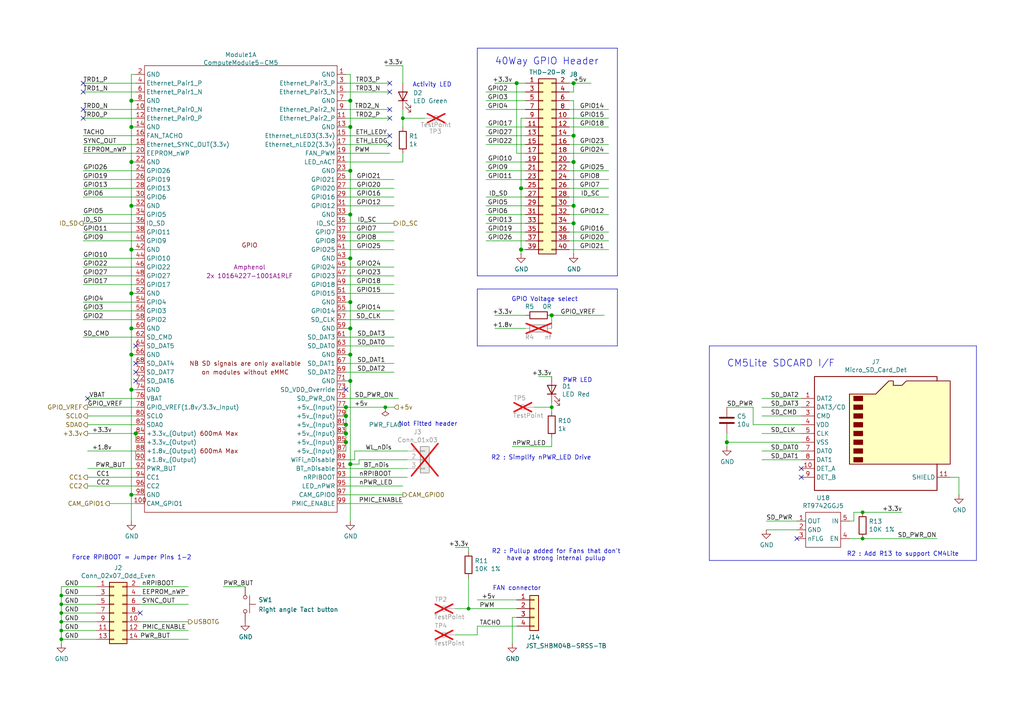
<source format=kicad_sch>
(kicad_sch (version 20250114) (generator "eeschema") (generator_version "9.0")
  (paper "A4")
  (title_block (title "Compute Module 5 IO Board - GPIO - Ethernet") (rev "1") (company "Copyright © 2024 Raspberry Pi Ltd.") (comment 1 "www.raspberrypi.com"))
  (text "40Way GPIO Header" (at 143.51 19.05 0) (effects (font (size 2.007 2.007)) (justify left bottom)))
  (text "Activity LED" (at 119.634 25.4 0) (effects (font (size 1.27 1.27)) (justify left bottom)))
  (text "R2 : Simplify nPWR_LED Drive" (at 156.972 132.842 0) (effects (font (size 1.27 1.27))))
  (text "FAN connector\n" (at 142.875 171.45 0) (effects (font (size 1.27 1.27)) (justify left bottom)))
  (text "R2 : Add R13 to support CM4Lite" (at 261.874 160.782 0) (effects (font (size 1.27 1.27))))
  (text "GPIO Voltage select\n" (at 167.64 87.63 0) (effects (font (size 1.27 1.27)) (justify right bottom)))
  (text "R2 : Pullup added for Fans that don't \nhave a strong internal pullup " (at 161.798 161.036 0) (effects (font (size 1.27 1.27))))
  (text "Not Fitted header" (at 132.715 123.825 0) (effects (font (size 1.27 1.27)) (justify right bottom)))
  (text "Force RPIBOOT = Jumper Pins 1-2 \n" (at 56.515 162.56 0) (effects (font (size 1.27 1.27)) (justify right bottom)))
  (text "PWR LED" (at 163.195 111.125 0) (effects (font (size 1.27 1.27)) (justify left bottom)))
  (text "CM5Lite SDCARD I/F" (at 210.82 106.68 0) (effects (font (size 2.007 2.007)) (justify left bottom)))
  (junction (at 101.6 36.83) (diameter 1.016))
  (junction (at 17.78 172.72))
  (junction (at 101.6 29.21) (diameter 1.016))
  (junction (at 101.6 102.87) (diameter 1.016))
  (junction (at 38.1 113.03) (diameter 1.016))
  (junction (at 38.1 46.99) (diameter 1.016))
  (junction (at 100.33 125.73) (diameter 1.016))
  (junction (at 151.13 54.61) (diameter 1.016))
  (junction (at 166.37 39.37) (diameter 1.016))
  (junction (at 38.1 72.39) (diameter 1.016))
  (junction (at 100.33 123.19) (diameter 1.016))
  (junction (at 38.1 143.51) (diameter 1.016))
  (junction (at 166.37 59.69) (diameter 1.016))
  (junction (at 38.1 59.69) (diameter 1.016))
  (junction (at 101.6 62.23) (diameter 1.016))
  (junction (at 38.1 95.25) (diameter 1.016))
  (junction (at 100.33 118.11) (diameter 1.016))
  (junction (at 101.6 95.25) (diameter 1.016))
  (junction (at 166.37 64.77) (diameter 1.016))
  (junction (at 210.82 128.27) (diameter 1.016))
  (junction (at 166.37 24.13) (diameter 1.016))
  (junction (at 250.19 156.21))
  (junction (at 101.6 87.63) (diameter 1.016))
  (junction (at 166.37 46.99) (diameter 1.016))
  (junction (at 17.78 175.26))
  (junction (at 38.1 85.09) (diameter 1.016))
  (junction (at 100.33 120.65) (diameter 1.016))
  (junction (at 17.78 177.8))
  (junction (at 160.02 118.11))
  (junction (at 38.1 36.83) (diameter 1.016))
  (junction (at 17.78 180.34))
  (junction (at 39.37 125.73) (diameter 1.016))
  (junction (at 38.1 102.87) (diameter 1.016))
  (junction (at 160.02 91.44) (diameter 1.016))
  (junction (at 38.1 29.21) (diameter 1.016))
  (junction (at 100.33 128.27) (diameter 1.016))
  (junction (at 116.84 34.29))
  (junction (at 250.19 148.59))
  (junction (at 17.78 185.42))
  (junction (at 151.13 72.39) (diameter 1.016))
  (junction (at 101.6 110.49) (diameter 1.016))
  (junction (at 101.6 134.62) (diameter 1.016))
  (junction (at 101.6 49.53) (diameter 1.016))
  (junction (at 135.89 176.53))
  (junction (at 101.6 74.93) (diameter 1.016))
  (junction (at 17.78 182.88))
  (junction (at 111.76 118.11))
  (junction (at 149.86 24.13) (diameter 1.016))
  (no_connect (at 24.13 24.13))
  (no_connect (at 113.03 31.75))
  (no_connect (at 113.03 41.91))
  (no_connect (at 40.64 177.8))
  (no_connect (at 39.37 107.95))
  (no_connect (at 100.33 113.03))
  (no_connect (at 24.13 26.67))
  (no_connect (at 25.4 115.57))
  (no_connect (at 39.37 100.33))
  (no_connect (at 231.14 156.21))
  (no_connect (at 24.13 31.75))
  (no_connect (at 39.37 105.41))
  (no_connect (at 232.41 138.43))
  (no_connect (at 232.41 135.89))
  (no_connect (at 113.03 39.37))
  (no_connect (at 113.03 24.13))
  (no_connect (at 39.37 110.49))
  (no_connect (at 113.03 26.67))
  (no_connect (at 113.03 34.29))
  (no_connect (at 24.13 34.29))
  (wire (pts (xy 275.59 138.43) (xy 278.13 138.43)))
  (wire (pts (xy 101.6 110.49) (xy 101.6 134.62)))
  (polyline (pts (xy 138.43 13.97) (xy 138.43 80.01)) (stroke (width 0) (type solid)))
  (polyline (pts (xy 138.43 80.01) (xy 179.07 80.01)) (stroke (width 0) (type solid)))
  (wire (pts (xy 100.33 135.89) (xy 118.11 135.89)))
  (wire (pts (xy 100.33 102.87) (xy 101.6 102.87)))
  (wire (pts (xy 24.13 90.17) (xy 39.37 90.17)))
  (wire (pts (xy 39.37 133.35) (xy 39.37 130.81)))
  (wire (pts (xy 165.1 52.07) (xy 176.53 52.07)))
  (wire (pts (xy 24.13 44.45) (xy 39.37 44.45)))
  (wire (pts (xy 100.33 95.25) (xy 101.6 95.25)))
  (wire (pts (xy 165.1 34.29) (xy 176.53 34.29)))
  (wire (pts (xy 101.6 102.87) (xy 101.6 110.49)))
  (wire (pts (xy 100.33 100.33) (xy 114.3 100.33)))
  (wire (pts (xy 39.37 128.27) (xy 39.37 125.73)))
  (wire (pts (xy 100.33 118.11) (xy 111.76 118.11)))
  (wire (pts (xy 101.6 36.83) (xy 101.6 49.53)))
  (polyline (pts (xy 179.07 83.82) (xy 179.07 100.33)) (stroke (width 0) (type solid)))
  (wire (pts (xy 24.13 92.71) (xy 39.37 92.71)))
  (wire (pts (xy 116.84 36.83) (xy 116.84 34.29)))
  (wire (pts (xy 24.13 31.75) (xy 39.37 31.75)))
  (wire (pts (xy 24.13 77.47) (xy 39.37 77.47)))
  (wire (pts (xy 100.33 29.21) (xy 101.6 29.21)))
  (wire (pts (xy 220.98 120.65) (xy 232.41 120.65)))
  (wire (pts (xy 247.65 151.13) (xy 246.38 151.13)))
  (wire (pts (xy 100.33 90.17) (xy 114.3 90.17)))
  (wire (pts (xy 24.13 82.55) (xy 39.37 82.55)))
  (wire (pts (xy 166.37 64.77) (xy 166.37 59.69)))
  (wire (pts (xy 24.13 80.01) (xy 39.37 80.01)))
  (wire (pts (xy 100.33 34.29) (xy 113.03 34.29)))
  (wire (pts (xy 39.37 36.83) (xy 38.1 36.83)))
  (wire (pts (xy 17.78 182.88) (xy 17.78 185.42)))
  (wire (pts (xy 100.33 44.45) (xy 113.03 44.45)))
  (wire (pts (xy 100.33 31.75) (xy 113.03 31.75)))
  (wire (pts (xy 102.87 133.35) (xy 102.87 130.81)))
  (wire (pts (xy 24.13 67.31) (xy 39.37 67.31)))
  (wire (pts (xy 104.14 133.35) (xy 118.11 133.35)))
  (wire (pts (xy 100.33 87.63) (xy 101.6 87.63)))
  (wire (pts (xy 135.89 167.64) (xy 135.89 176.53)))
  (wire (pts (xy 166.37 39.37) (xy 166.37 46.99)))
  (wire (pts (xy 24.13 39.37) (xy 39.37 39.37)))
  (wire (pts (xy 39.37 21.59) (xy 38.1 21.59)))
  (wire (pts (xy 101.6 21.59) (xy 101.6 29.21)))
  (wire (pts (xy 101.6 29.21) (xy 101.6 36.83)))
  (wire (pts (xy 38.1 143.51) (xy 38.1 151.13)))
  (wire (pts (xy 165.1 67.31) (xy 176.53 67.31)))
  (wire (pts (xy 148.59 179.07) (xy 148.59 186.69)))
  (wire (pts (xy 100.33 57.15) (xy 114.3 57.15)))
  (wire (pts (xy 154.94 118.11) (xy 160.02 118.11)))
  (wire (pts (xy 100.33 143.51) (xy 116.84 143.51)))
  (wire (pts (xy 166.37 46.99) (xy 165.1 46.99)))
  (wire (pts (xy 100.33 107.95) (xy 114.3 107.95)))
  (wire (pts (xy 100.33 80.01) (xy 114.3 80.01)))
  (wire (pts (xy 151.13 72.39) (xy 151.13 73.66)))
  (wire (pts (xy 25.4 138.43) (xy 39.37 138.43)))
  (wire (pts (xy 101.6 95.25) (xy 101.6 102.87)))
  (wire (pts (xy 38.1 72.39) (xy 38.1 85.09)))
  (wire (pts (xy 210.82 128.27) (xy 232.41 128.27)))
  (wire (pts (xy 101.6 49.53) (xy 101.6 62.23)))
  (wire (pts (xy 143.51 95.25) (xy 152.4 95.25)))
  (wire (pts (xy 24.13 74.93) (xy 39.37 74.93)))
  (wire (pts (xy 100.33 140.97) (xy 116.84 140.97)))
  (wire (pts (xy 165.1 36.83) (xy 176.53 36.83)))
  (wire (pts (xy 149.86 44.45) (xy 152.4 44.45)))
  (wire (pts (xy 39.37 29.21) (xy 38.1 29.21)))
  (polyline (pts (xy 179.07 13.97) (xy 138.43 13.97)) (stroke (width 0) (type solid)))
  (wire (pts (xy 25.4 140.97) (xy 39.37 140.97)))
  (wire (pts (xy 25.4 135.89) (xy 39.37 135.89)))
  (wire (pts (xy 100.33 128.27) (xy 100.33 130.81)))
  (wire (pts (xy 231.14 153.67) (xy 222.25 153.67)))
  (wire (pts (xy 132.08 176.53) (xy 135.89 176.53)))
  (wire (pts (xy 140.97 49.53) (xy 152.4 49.53)))
  (wire (pts (xy 100.33 41.91) (xy 113.03 41.91)))
  (wire (pts (xy 40.64 170.18) (xy 54.61 170.18)))
  (wire (pts (xy 100.33 115.57) (xy 115.57 115.57)))
  (wire (pts (xy 114.3 97.79) (xy 100.33 97.79)))
  (wire (pts (xy 24.13 26.67) (xy 39.37 26.67)))
  (wire (pts (xy 166.37 24.13) (xy 171.45 24.13)))
  (wire (pts (xy 24.13 49.53) (xy 39.37 49.53)))
  (wire (pts (xy 231.14 151.13) (xy 222.25 151.13)))
  (wire (pts (xy 140.97 59.69) (xy 152.4 59.69)))
  (wire (pts (xy 100.33 120.65) (xy 100.33 123.19)))
  (wire (pts (xy 40.64 185.42) (xy 54.61 185.42)))
  (wire (pts (xy 100.33 74.93) (xy 101.6 74.93)))
  (wire (pts (xy 100.33 39.37) (xy 113.03 39.37)))
  (wire (pts (xy 140.97 67.31) (xy 152.4 67.31)))
  (wire (pts (xy 210.82 125.73) (xy 210.82 128.27)))
  (wire (pts (xy 17.78 175.26) (xy 17.78 177.8)))
  (wire (pts (xy 165.1 41.91) (xy 176.53 41.91)))
  (polyline (pts (xy 139.7 83.82) (xy 179.07 83.82)) (stroke (width 0) (type solid)))
  (polyline (pts (xy 283.21 162.56) (xy 205.74 162.56)) (stroke (width 0) (type solid)))
  (wire (pts (xy 140.97 46.99) (xy 152.4 46.99)))
  (wire (pts (xy 100.33 138.43) (xy 118.11 138.43)))
  (wire (pts (xy 38.1 95.25) (xy 39.37 95.25)))
  (wire (pts (xy 218.44 123.19) (xy 218.44 118.11)))
  (wire (pts (xy 38.1 102.87) (xy 38.1 113.03)))
  (wire (pts (xy 38.1 85.09) (xy 38.1 95.25)))
  (wire (pts (xy 31.75 146.05) (xy 39.37 146.05)))
  (wire (pts (xy 116.84 19.05) (xy 116.84 24.13)))
  (wire (pts (xy 152.4 34.29) (xy 151.13 34.29)))
  (wire (pts (xy 116.84 34.29) (xy 116.84 31.75)))
  (wire (pts (xy 17.78 172.72) (xy 17.78 175.26)))
  (wire (pts (xy 135.89 160.02) (xy 135.89 158.75)))
  (wire (pts (xy 247.65 148.59) (xy 247.65 151.13)))
  (wire (pts (xy 40.64 175.26) (xy 54.61 175.26)))
  (wire (pts (xy 140.97 62.23) (xy 152.4 62.23)))
  (wire (pts (xy 165.1 72.39) (xy 176.53 72.39)))
  (wire (pts (xy 165.1 24.13) (xy 166.37 24.13)))
  (wire (pts (xy 104.14 134.62) (xy 104.14 133.35)))
  (wire (pts (xy 101.6 134.62) (xy 101.6 151.13)))
  (wire (pts (xy 278.13 138.43) (xy 278.13 143.51)))
  (wire (pts (xy 38.1 59.69) (xy 38.1 72.39)))
  (wire (pts (xy 38.1 113.03) (xy 39.37 113.03)))
  (wire (pts (xy 38.1 72.39) (xy 39.37 72.39)))
  (wire (pts (xy 24.13 54.61) (xy 39.37 54.61)))
  (wire (pts (xy 100.33 52.07) (xy 114.3 52.07)))
  (wire (pts (xy 25.4 130.81) (xy 39.37 130.81)))
  (wire (pts (xy 24.13 97.79) (xy 39.37 97.79)))
  (wire (pts (xy 24.13 24.13) (xy 39.37 24.13)))
  (polyline (pts (xy 283.21 100.33) (xy 283.21 162.56)) (stroke (width 0) (type solid)))
  (wire (pts (xy 100.33 62.23) (xy 101.6 62.23)))
  (wire (pts (xy 40.64 172.72) (xy 54.61 172.72)))
  (wire (pts (xy 143.51 24.13) (xy 149.86 24.13)))
  (wire (pts (xy 100.33 24.13) (xy 113.03 24.13)))
  (wire (pts (xy 250.19 148.59) (xy 261.62 148.59)))
  (wire (pts (xy 100.33 36.83) (xy 101.6 36.83)))
  (wire (pts (xy 38.1 95.25) (xy 38.1 102.87)))
  (wire (pts (xy 160.02 127) (xy 160.02 129.54)))
  (wire (pts (xy 17.78 177.8) (xy 27.94 177.8)))
  (wire (pts (xy 39.37 143.51) (xy 38.1 143.51)))
  (wire (pts (xy 24.13 57.15) (xy 39.37 57.15)))
  (wire (pts (xy 166.37 64.77) (xy 166.37 73.66)))
  (wire (pts (xy 17.78 182.88) (xy 27.94 182.88)))
  (wire (pts (xy 220.98 130.81) (xy 232.41 130.81)))
  (wire (pts (xy 25.4 123.19) (xy 39.37 123.19)))
  (wire (pts (xy 38.1 113.03) (xy 38.1 143.51)))
  (wire (pts (xy 160.02 116.84) (xy 160.02 118.11)))
  (wire (pts (xy 135.89 176.53) (xy 149.86 176.53)))
  (wire (pts (xy 102.87 130.81) (xy 118.11 130.81)))
  (wire (pts (xy 100.33 146.05) (xy 116.84 146.05)))
  (wire (pts (xy 220.98 115.57) (xy 232.41 115.57)))
  (wire (pts (xy 100.33 64.77) (xy 114.3 64.77)))
  (wire (pts (xy 140.97 36.83) (xy 152.4 36.83)))
  (wire (pts (xy 247.65 148.59) (xy 250.19 148.59)))
  (wire (pts (xy 101.6 87.63) (xy 101.6 95.25)))
  (wire (pts (xy 149.86 179.07) (xy 148.59 179.07)))
  (wire (pts (xy 100.33 54.61) (xy 114.3 54.61)))
  (wire (pts (xy 116.84 46.99) (xy 116.84 44.45)))
  (wire (pts (xy 100.33 133.35) (xy 102.87 133.35)))
  (wire (pts (xy 100.33 69.85) (xy 114.3 69.85)))
  (wire (pts (xy 114.3 105.41) (xy 100.33 105.41)))
  (wire (pts (xy 17.78 185.42) (xy 27.94 185.42)))
  (wire (pts (xy 25.4 118.11) (xy 39.37 118.11)))
  (wire (pts (xy 40.64 180.34) (xy 54.61 180.34)))
  (wire (pts (xy 140.97 29.21) (xy 152.4 29.21)))
  (wire (pts (xy 100.33 85.09) (xy 114.3 85.09)))
  (polyline (pts (xy 205.74 162.56) (xy 205.74 100.33)) (stroke (width 0) (type solid)))
  (wire (pts (xy 143.51 91.44) (xy 152.4 91.44)))
  (wire (pts (xy 140.97 26.67) (xy 152.4 26.67)))
  (wire (pts (xy 166.37 59.69) (xy 166.37 46.99)))
  (wire (pts (xy 24.13 34.29) (xy 39.37 34.29)))
  (wire (pts (xy 25.4 115.57) (xy 39.37 115.57)))
  (wire (pts (xy 165.1 31.75) (xy 176.53 31.75)))
  (wire (pts (xy 165.1 62.23) (xy 176.53 62.23)))
  (wire (pts (xy 140.97 57.15) (xy 152.4 57.15)))
  (wire (pts (xy 25.4 125.73) (xy 39.37 125.73)))
  (wire (pts (xy 132.08 184.15) (xy 138.43 184.15)))
  (wire (pts (xy 165.1 59.69) (xy 166.37 59.69)))
  (wire (pts (xy 17.78 180.34) (xy 27.94 180.34)))
  (wire (pts (xy 100.33 59.69) (xy 114.3 59.69)))
  (wire (pts (xy 166.37 39.37) (xy 165.1 39.37)))
  (wire (pts (xy 138.43 181.61) (xy 149.86 181.61)))
  (polyline (pts (xy 205.74 100.33) (xy 283.21 100.33)) (stroke (width 0) (type solid)))
  (wire (pts (xy 151.13 34.29) (xy 151.13 54.61)))
  (wire (pts (xy 114.3 92.71) (xy 100.33 92.71)))
  (wire (pts (xy 100.33 67.31) (xy 114.3 67.31)))
  (wire (pts (xy 140.97 31.75) (xy 152.4 31.75)))
  (wire (pts (xy 140.97 39.37) (xy 152.4 39.37)))
  (polyline (pts (xy 179.07 13.97) (xy 179.07 80.01)) (stroke (width 0) (type solid)))
  (wire (pts (xy 149.86 24.13) (xy 149.86 44.45)))
  (wire (pts (xy 135.89 158.75) (xy 132.08 158.75)))
  (wire (pts (xy 166.37 29.21) (xy 166.37 39.37)))
  (wire (pts (xy 24.13 64.77) (xy 39.37 64.77)))
  (wire (pts (xy 17.78 177.8) (xy 17.78 180.34)))
  (wire (pts (xy 165.1 26.67) (xy 166.37 26.67)))
  (wire (pts (xy 25.4 120.65) (xy 39.37 120.65)))
  (wire (pts (xy 38.1 36.83) (xy 38.1 46.99)))
  (wire (pts (xy 100.33 46.99) (xy 116.84 46.99)))
  (wire (pts (xy 151.13 72.39) (xy 152.4 72.39)))
  (wire (pts (xy 24.13 52.07) (xy 39.37 52.07)))
  (wire (pts (xy 151.13 54.61) (xy 152.4 54.61)))
  (polyline (pts (xy 138.43 100.33) (xy 138.43 83.82)) (stroke (width 0) (type solid)))
  (wire (pts (xy 160.02 91.44) (xy 175.26 91.44)))
  (wire (pts (xy 140.97 69.85) (xy 152.4 69.85)))
  (wire (pts (xy 111.76 118.11) (xy 114.3 118.11)))
  (wire (pts (xy 160.02 109.22) (xy 156.21 109.22)))
  (wire (pts (xy 100.33 72.39) (xy 114.3 72.39)))
  (wire (pts (xy 38.1 29.21) (xy 38.1 36.83)))
  (wire (pts (xy 17.78 175.26) (xy 27.94 175.26)))
  (wire (pts (xy 100.33 21.59) (xy 101.6 21.59)))
  (wire (pts (xy 165.1 49.53) (xy 176.53 49.53)))
  (wire (pts (xy 100.33 110.49) (xy 101.6 110.49)))
  (wire (pts (xy 24.13 69.85) (xy 39.37 69.85)))
  (wire (pts (xy 24.13 87.63) (xy 39.37 87.63)))
  (wire (pts (xy 100.33 118.11) (xy 100.33 120.65)))
  (wire (pts (xy 138.43 184.15) (xy 138.43 181.61)))
  (wire (pts (xy 111.76 19.05) (xy 116.84 19.05)))
  (wire (pts (xy 210.82 128.27) (xy 210.82 129.54)))
  (wire (pts (xy 100.33 49.53) (xy 101.6 49.53)))
  (wire (pts (xy 151.13 54.61) (xy 151.13 72.39)))
  (wire (pts (xy 100.33 26.67) (xy 113.03 26.67)))
  (wire (pts (xy 232.41 123.19) (xy 218.44 123.19)))
  (wire (pts (xy 165.1 44.45) (xy 176.53 44.45)))
  (wire (pts (xy 250.19 156.21) (xy 271.78 156.21)))
  (wire (pts (xy 24.13 62.23) (xy 39.37 62.23)))
  (wire (pts (xy 24.13 41.91) (xy 39.37 41.91)))
  (wire (pts (xy 246.38 156.21) (xy 250.19 156.21)))
  (wire (pts (xy 101.6 74.93) (xy 101.6 87.63)))
  (polyline (pts (xy 139.7 83.82) (xy 138.43 83.82)) (stroke (width 0) (type solid)))
  (wire (pts (xy 148.59 129.54) (xy 160.02 129.54)))
  (wire (pts (xy 100.33 123.19) (xy 100.33 125.73)))
  (wire (pts (xy 232.41 118.11) (xy 220.98 118.11)))
  (wire (pts (xy 140.97 64.77) (xy 152.4 64.77)))
  (wire (pts (xy 38.1 46.99) (xy 39.37 46.99)))
  (wire (pts (xy 140.97 52.07) (xy 152.4 52.07)))
  (wire (pts (xy 64.77 170.18) (xy 71.12 170.18)))
  (wire (pts (xy 17.78 172.72) (xy 27.94 172.72)))
  (wire (pts (xy 140.97 41.91) (xy 152.4 41.91)))
  (wire (pts (xy 38.1 21.59) (xy 38.1 29.21)))
  (wire (pts (xy 138.43 173.99) (xy 149.86 173.99)))
  (wire (pts (xy 17.78 170.18) (xy 27.94 170.18)))
  (wire (pts (xy 38.1 85.09) (xy 39.37 85.09)))
  (wire (pts (xy 165.1 64.77) (xy 166.37 64.77)))
  (wire (pts (xy 100.33 125.73) (xy 100.33 128.27)))
  (wire (pts (xy 17.78 185.42) (xy 17.78 186.69)))
  (wire (pts (xy 160.02 91.44) (xy 160.02 95.25)))
  (wire (pts (xy 100.33 77.47) (xy 114.3 77.47)))
  (wire (pts (xy 38.1 102.87) (xy 39.37 102.87)))
  (wire (pts (xy 38.1 59.69) (xy 39.37 59.69)))
  (polyline (pts (xy 179.07 100.33) (xy 139.7 100.33)) (stroke (width 0) (type solid)))
  (wire (pts (xy 152.4 24.13) (xy 149.86 24.13)))
  (wire (pts (xy 165.1 69.85) (xy 176.53 69.85)))
  (wire (pts (xy 160.02 118.11) (xy 160.02 119.38)))
  (wire (pts (xy 210.82 118.11) (xy 218.44 118.11)))
  (wire (pts (xy 17.78 180.34) (xy 17.78 182.88)))
  (wire (pts (xy 232.41 125.73) (xy 220.98 125.73)))
  (wire (pts (xy 166.37 26.67) (xy 166.37 24.13)))
  (wire (pts (xy 232.41 133.35) (xy 220.98 133.35)))
  (wire (pts (xy 100.33 82.55) (xy 114.3 82.55)))
  (wire (pts (xy 116.84 34.29) (xy 123.19 34.29)))
  (wire (pts (xy 40.64 182.88) (xy 54.61 182.88)))
  (wire (pts (xy 17.78 170.18) (xy 17.78 172.72)))
  (wire (pts (xy 101.6 62.23) (xy 101.6 74.93)))
  (wire (pts (xy 38.1 46.99) (xy 38.1 59.69)))
  (wire (pts (xy 165.1 57.15) (xy 176.53 57.15)))
  (wire (pts (xy 101.6 134.62) (xy 104.14 134.62)))
  (wire (pts (xy 165.1 54.61) (xy 176.53 54.61)))
  (wire (pts (xy 165.1 29.21) (xy 166.37 29.21)))
  (polyline (pts (xy 138.43 100.33) (xy 139.7 100.33)) (stroke (width 0) (type solid)))
  (label "+1.8v" (at 148.59 95.25 180))
  (label "GPIO24" (at 175.26 44.45 180))
  (label "SD_DAT2" (at 111.76 107.95 180))
  (label "GND" (at 22.86 182.88 180))
  (label "+5v" (at 170.18 24.13 180))
  (label "GPIO5" (at 24.13 62.23 0))
  (label "TRD3_N" (at 103.124 26.67 0))
  (label "GPIO2" (at 24.13 92.71 0))
  (label "GPIO9" (at 24.13 69.85 0))
  (label "ETH_LEDG" (at 103.124 41.91 0))
  (label "SD_DAT1" (at 111.76 105.41 180))
  (label "+3.3v" (at 148.59 24.13 180))
  (label "GPIO10" (at 24.13 74.93 0))
  (label "TRD3_P" (at 103.124 24.13 0))
  (label "GPIO6" (at 24.13 57.15 0))
  (label "GPIO8" (at 173.99 52.07 180))
  (label "GPIO20" (at 110.49 54.61 180))
  (label "SD_DAT2" (at 223.52 115.57 0))
  (label "GPIO25" (at 110.49 72.39 180))
  (label "GPIO2" (at 147.32 26.67 180))
  (label "SD_DAT0" (at 111.76 100.33 180))
  (label "nRPIBOOT" (at 50.546 170.18 180))
  (label "GPIO26" (at 148.59 69.85 180))
  (label "GPIO15" (at 110.49 85.09 180))
  (label "GPIO13" (at 24.13 54.61 0))
  (label "GPIO7" (at 109.22 67.31 180))
  (label "GPIO14" (at 110.49 90.17 180))
  (label "BT_nDis" (at 112.8776 135.89 180))
  (label "SD_PWR_ON" (at 260.35 156.21 0))
  (label "GPIO7" (at 173.99 54.61 180))
  (label "ETH_LEDY" (at 103.124 39.37 0))
  (label "SD_PWR_ON" (at 102.87 115.57 0))
  (label "PWM" (at 102.87 44.45 0))
  (label "GPIO4" (at 24.13 87.63 0))
  (label "GPIO10" (at 148.59 46.99 180))
  (label "TRD1_P" (at 24.13 24.13 0))
  (label "CC1" (at 27.94 138.43 0))
  (label "WL_nDis" (at 113.665 130.81 180))
  (label "GPIO6" (at 147.32 62.23 180))
  (label "+3.3v" (at 261.62 148.59 180))
  (label "GPIO17" (at 148.59 36.83 180))
  (label "+3.3v" (at 116.84 19.05 180))
  (label "GPIO19" (at 148.59 67.31 180))
  (label "SD_DAT3" (at 111.76 97.79 180))
  (label "GPIO27" (at 24.13 80.01 0))
  (label "EEPROM_nWP" (at 24.13 44.45 0))
  (label "GPIO_VREF" (at 25.4 118.11 0))
  (label "SD_PWR" (at 210.82 118.11 0))
  (label "GPIO9" (at 147.32 49.53 180))
  (label "PMIC_ENABLE" (at 53.975 182.88 180))
  (label "EEPROM_nWP" (at 53.848 172.72 180))
  (label "GPIO20" (at 175.26 69.85 180))
  (label "SD_DAT0" (at 223.52 130.81 0))
  (label "GPIO21" (at 110.49 52.07 180))
  (label "GPIO23" (at 110.49 80.01 180))
  (label "ID_SD" (at 147.32 57.15 180))
  (label "GPIO16" (at 175.26 67.31 180))
  (label "TRD0_N" (at 24.13 31.75 0))
  (label "GND" (at 22.86 177.8 180))
  (label "GND" (at 22.86 180.34 180))
  (label "GPIO22" (at 148.59 41.91 180))
  (label "+1.8v" (at 26.67 130.81 0))
  (label "PWR_BUT" (at 64.77 170.18 0))
  (label "GPIO18" (at 175.26 36.83 180))
  (label "SD_DAT3" (at 223.52 118.11 0))
  (label "+5v" (at 139.7 173.99 0))
  (label "+3.3v" (at 135.89 158.75 180))
  (label "GND" (at 22.86 185.42 180))
  (label "SD_CLK" (at 110.49 92.71 180))
  (label "GPIO16" (at 110.49 57.15 180))
  (label "GPIO12" (at 110.49 59.69 180))
  (label "GPIO23" (at 175.26 41.91 180))
  (label "+3.3v" (at 26.67 125.73 0))
  (label "SD_CMD" (at 223.52 120.65 0))
  (label "PWM" (at 139.065 176.53 0))
  (label "ID_SC" (at 173.99 57.15 180))
  (label "GPIO8" (at 109.22 69.85 180))
  (label "GPIO17" (at 24.13 82.55 0))
  (label "SYNC_OUT" (at 24.13 41.91 0))
  (label "nPWR_LED" (at 148.59 129.54 0))
  (label "SD_PWR" (at 222.25 151.13 0))
  (label "GND" (at 22.86 175.26 180))
  (label "SD_DAT1" (at 223.52 133.35 0))
  (label "GPIO18" (at 110.49 82.55 180))
  (label "TRD2_N" (at 102.87 31.75 0))
  (label "GPIO15" (at 175.26 34.29 180))
  (label "GPIO5" (at 147.32 59.69 180))
  (label "nPWR_LED" (at 104.14 140.97 0))
  (label "SYNC_OUT" (at 50.8 175.26 180))
  (label "GPIO3" (at 147.32 29.21 180))
  (label "TRD0_P" (at 24.13 34.29 0))
  (label "+3.3v" (at 148.59 91.44 180))
  (label "GPIO26" (at 24.13 49.53 0))
  (label "TACHO" (at 139.065 181.61 0))
  (label "PWR_BUT" (at 27.686 135.89 0))
  (label "GPIO12" (at 175.26 62.23 180))
  (label "PWR_BUT" (at 40.64 185.42 0))
  (label "nRPIBOOT" (at 104.14 138.43 0))
  (label "GPIO11" (at 24.13 67.31 0))
  (label "ID_SD" (at 24.13 64.77 0))
  (label "TRD1_N" (at 24.13 26.67 0))
  (label "GPIO24" (at 110.49 77.47 180))
  (label "GPIO27" (at 148.59 39.37 180))
  (label "GND" (at 22.86 172.72 180))
  (label "VBAT" (at 30.48 115.57 180))
  (label "ID_SC" (at 109.22 64.77 180))
  (label "GPIO21" (at 175.26 72.39 180))
  (label "CC2" (at 27.94 140.97 0))
  (label "GPIO14" (at 175.26 31.75 180))
  (label "TACHO" (at 24.13 39.37 0))
  (label "GPIO25" (at 175.26 49.53 180))
  (label "+5v" (at 106.68 118.11 180))
  (label "SD_CMD" (at 24.13 97.79 0))
  (label "GND" (at 22.86 170.18 180))
  (label "PMIC_ENABLE" (at 116.84 146.05 180))
  (label "+3.3v" (at 160.02 109.22 180))
  (label "GPIO13" (at 148.59 64.77 180))
  (label "GPIO_VREF" (at 162.56 91.44 0))
  (label "TRD2_P" (at 103.124 34.29 0))
  (label "GPIO19" (at 24.13 52.07 0))
  (label "GPIO11" (at 148.59 52.07 180))
  (label "SD_CLK" (at 223.52 125.73 0))
  (label "GPIO4" (at 147.32 31.75 180))
  (label "GPIO22" (at 24.13 77.47 0))
  (label "GPIO3" (at 24.13 90.17 0))
  (hierarchical_label "CC1" (shape output) (at 25.4 138.43 180))
  (hierarchical_label "ID_SD" (shape output) (at 24.13 64.77 180))
  (hierarchical_label "SDA0" (shape output) (at 25.4 123.19 180))
  (hierarchical_label "CAM_GPIO1" (shape output) (at 31.75 146.05 180))
  (hierarchical_label "CC2" (shape output) (at 25.4 140.97 180))
  (hierarchical_label "USBOTG" (shape output) (at 54.61 180.34 0))
  (hierarchical_label "+3.3v" (shape output) (at 25.4 125.73 180))
  (hierarchical_label "GPIO_VREF" (shape output) (at 25.4 118.11 180))
  (hierarchical_label "ID_SC" (shape output) (at 114.3 64.77 0))
  (hierarchical_label "SCL0" (shape output) (at 25.4 120.65 180))
  (hierarchical_label "CAM_GPIO0" (shape output) (at 116.84 143.51 0))
  (hierarchical_label "+5v" (shape input) (at 114.3 118.11 0))
  (symbol (lib_id "CM5IO:RT9742GGJ5") (at 240.03 161.29 0) (unit 1)
    (property "Reference" "U18" (at 238.76 144.399 0))
    (property "Value" "RT9742GGJ5" (at 238.76 146.7104 0))
    (property "Footprint" "Package_TO_SOT_SMD:SOT-23-5" (effects (hide yes)))
    (property "Datasheet" "https://www.richtek.com/assets/product_file/RT9742/DS9742-00.pdf" (effects (hide yes)))
    (property "Field4" "Farnell" (effects (hide yes)))
    (property "Field5" "	2545875" (effects (hide yes)))
    (property "Field6" "RT9742GGJ5" (effects (hide yes)))
    (property "Field7" "RichTek" (effects (hide yes)))
    (property "Field8" "USWI00166" (effects (hide yes)))
    (property "Part Description" "	Power Switch/Driver 1:1 N-Channel 1A TSOT-23-5" (effects (hide yes)))
  )
  (symbol (lib_id "power:GND") (at 222.25 153.67 0) (unit 1)
    (property "Reference" "#PWR0113" (effects (hide yes)))
    (property "Value" "GND" (at 222.377 158.0642 0))
    (property "Description" "Power symbol creates a global label with name \"GND\" , ground" (effects (hide yes)))
  )
  (symbol (lib_id "CM5IO:ComputeModule5-CM5") (at 72.39 77.47 0) (unit 1)
    (property "Reference" "Module1" (at 69.85 15.875 0))
    (property "Value" "ComputeModule5-CM5" (at 69.85 18.1864 0))
    (property "Footprint" "CM5IO:Raspberry-Pi-5-Compute-Module" (effects (hide yes)))
    (property "Description" "RaspberryPi Compute module 5" (effects (hide yes)))
    (property "Field4" "Amphenol" (at 72.39 77.47 0))
    (property "Field5" "2x 10164227-1001A1RLF" (at 72.39 80.01 0))
    (property "Field6" "2x 10164227-1001A1RLF" (effects (hide yes)))
    (property "Field7" "Hirose" (effects (hide yes)))
    (property "Part Description" "	100 Position Connector Receptacle, Center Strip Contacts Surface Mount Gold" (effects (hide yes)))
  )
  (symbol (lib_id "Connector_Generic:Conn_02x20_Odd_Even") (at 157.48 46.99 0) (unit 1)
    (property "Reference" "J8" (at 166.37 21.59 0))
    (property "Value" "THD-20-R" (at 158.75 20.9296 0))
    (property "Footprint" "Connector_PinHeader_2.54mm:PinHeader_2x20_P2.54mm_Vertical" (effects (hide yes)))
    (property "Datasheet" "https://www.toby.co.uk/uploads/publications/1673.pdf" (effects (hide yes)))
    (property "Field4" "Toby" (effects (hide yes)))
    (property "Field5" "THD-20-R" (effects (hide yes)))
    (property "Field6" "THD-20-R" (effects (hide yes)))
    (property "Field7" "Toby" (effects (hide yes)))
    (property "Field8" "UCON00511" (effects (hide yes)))
    (property "Part Description" "PinHeader_2x20_P2.54mm_Vertical" (effects (hide yes)))
  )
  (symbol (lib_id "Device:C") (at 210.82 121.92 0) (unit 1)
    (property "Reference" "C5" (at 213.741 120.7516 0) (effects (justify left)))
    (property "Value" "10u" (at 213.741 123.063 0) (effects (justify left)))
    (property "Footprint" "Capacitor_SMD:C_0805_2012Metric" (effects (hide yes)))
    (property "Datasheet" "https://search.murata.co.jp/Ceramy/image/img/A01X/G101/ENG/GRM21BR71A106KA73-01.pdf" (effects (hide yes)))
    (property "Field5" "490-14381-1-ND" (effects (hide yes)))
    (property "Field4" "Digikey" (effects (hide yes)))
    (property "Field6" "GRM21BR71A106KA73L" (effects (hide yes)))
    (property "Field7" "Murata" (effects (hide yes)))
    (property "Part Description" "	10uF 10% 10V Ceramic Capacitor X7R 0805 (2012 Metric)" (effects (hide yes)))
    (property "Field8" "111893011" (effects (hide yes)))
  )
  (symbol (lib_id "power:GND") (at 166.37 73.66 0) (unit 1)
    (property "Reference" "#PWR0102" (effects (hide yes)))
    (property "Value" "GND" (at 166.497 78.0542 0))
    (property "Description" "Power symbol creates a global label with name \"GND\" , ground" (effects (hide yes)))
  )
  (symbol (lib_id "power:GND") (at 151.13 73.66 0) (unit 1)
    (property "Reference" "#PWR0103" (effects (hide yes)))
    (property "Value" "GND" (at 151.257 78.0542 0))
    (property "Description" "Power symbol creates a global label with name \"GND\" , ground" (effects (hide yes)))
  )
  (symbol (lib_id "power:GND") (at 38.1 151.13 0) (unit 1)
    (property "Reference" "#PWR0104" (effects (hide yes)))
    (property "Value" "GND" (at 38.227 155.5242 0))
    (property "Description" "Power symbol creates a global label with name \"GND\" , ground" (effects (hide yes)))
  )
  (symbol (lib_id "power:GND") (at 101.6 151.13 0) (unit 1)
    (property "Reference" "#PWR0105" (effects (hide yes)))
    (property "Value" "GND" (at 101.727 155.5242 0))
    (property "Description" "Power symbol creates a global label with name \"GND\" , ground" (effects (hide yes)))
  )
  (symbol (lib_id "Device:LED") (at 116.84 27.94 90) (unit 1)
    (property "Reference" "D2" (at 119.8118 26.9494 90) (effects (justify right)))
    (property "Value" "LED Green" (at 119.8118 29.2608 90) (effects (justify right)))
    (property "Footprint" "LED_SMD:LED_0603_1608Metric" (effects (hide yes)))
    (property "Datasheet" "http://optoelectronics.liteon.com/upload/download/DS22-2000-226/LTST-S270KGKT.pdf" (effects (hide yes)))
    (property "Field4" "Digikey " (effects (hide yes)))
    (property "Field5" "LTST-S270KGKT" (effects (hide yes)))
    (property "Field6" "SML-A12M8TT86N" (effects (hide yes)))
    (property "Field7" "Rohm" (effects (hide yes)))
    (property "Field8" "650263301" (effects (hide yes)))
    (property "Part Description" "	Green 572nm LED Indication - Discrete 2.2V 2-SMD, No Lead" (effects (hide yes)))
  )
  (symbol (lib_id "Device:R") (at 116.84 40.64 0) (unit 1)
    (property "Reference" "R1" (at 118.618 39.4716 0) (effects (justify left)))
    (property "Value" "1k" (at 118.618 41.783 0) (effects (justify left)))
    (property "Footprint" "Resistor_SMD:R_0402_1005Metric" (effects (hide yes)))
    (property "Datasheet" "https://fscdn.rohm.com/en/products/databook/datasheet/passive/resistor/chip_resistor/mcr-e.pdf" (effects (hide yes)))
    (property "Field4" "Farnell" (effects (hide yes)))
    (property "Field5" "9239235" (effects (hide yes)))
    (property "Field7" "KOA EUROPE GMBH" (effects (hide yes)))
    (property "Field6" "RK73H1ETTP1001F" (effects (hide yes)))
    (property "Part Description" "Resistor 1K M1005 1% 63mW" (effects (hide yes)))
    (property "Field8" "125049511" (effects (hide yes)))
  )
  (symbol (lib_name "LED_1") (lib_id "Device:LED") (at 160.02 113.03 90) (unit 1)
    (property "Reference" "D1" (at 162.9918 112.0394 90) (effects (justify right)))
    (property "Value" "LED Red" (at 162.9918 114.3508 90) (effects (justify right)))
    (property "Footprint" "LED_SMD:LED_0603_1608Metric" (effects (hide yes)))
    (property "Datasheet" "http://optoelectronics.liteon.com/upload/download/DS22-2000-210/LTST-S270KRKT.pdf" (effects (hide yes)))
    (property "Field4" "Digikey " (effects (hide yes)))
    (property "Field5" "	LTST-S270KRKT" (effects (hide yes)))
    (property "Field6" "SML-A12U8TT86Q" (effects (hide yes)))
    (property "Field7" "Rohm" (effects (hide yes)))
    (property "Field8" "650295101" (effects (hide yes)))
    (property "Part Description" "	Red 620nm LED Indication - Discrete 2.2V 2-SMD, No Lead" (effects (hide yes)))
  )
  (symbol (lib_id "Device:R") (at 160.02 123.19 0) (unit 1)
    (property "Reference" "R10" (at 161.798 122.0216 0) (effects (justify left)))
    (property "Value" "1k" (at 161.798 124.333 0) (effects (justify left)))
    (property "Footprint" "Resistor_SMD:R_0402_1005Metric" (effects (hide yes)))
    (property "Datasheet" "https://fscdn.rohm.com/en/products/databook/datasheet/passive/resistor/chip_resistor/mcr-e.pdf" (effects (hide yes)))
    (property "Field4" "Farnell" (effects (hide yes)))
    (property "Field5" "9239235" (effects (hide yes)))
    (property "Field7" "KOA EUROPE GMBH" (effects (hide yes)))
    (property "Field6" "RK73H1ETTP1001F" (effects (hide yes)))
    (property "Part Description" "Resistor 1K M1005 1% 63mW" (effects (hide yes)))
    (property "Field8" "125049511" (effects (hide yes)))
  )
  (symbol (lib_id "Connector:TestPoint") (at 154.94 118.11 90) (unit 1) (in_bom no) (dnp yes)
    (property "Reference" "TP5" (at 152.5778 115.443 90) (effects (justify left)))
    (property "Value" "TestPoint" (at 157.6578 120.523 90) (effects (justify left)))
    (property "Footprint" "TestPoint:TestPoint_Pad_2.0x2.0mm" (effects (hide yes)))
    (property "Field4" "nf" (effects (hide yes)))
    (property "Field5" "nf" (effects (hide yes)))
    (property "Field6" "nf" (effects (hide yes)))
    (property "Field7" "nf" (effects (hide yes)))
    (property "Part Description" "Test point" (effects (hide yes)))
  )
  (symbol (lib_id "Device:R") (at 156.21 91.44 90) (unit 1)
    (property "Reference" "R5" (at 154.94 88.9 90) (effects (justify left)))
    (property "Value" "0R" (at 160.02 88.9 90) (effects (justify left)))
    (property "Footprint" "Resistor_SMD:R_0805_2012Metric_Pad1.20x1.40mm_HandSolder" (effects (hide yes)))
    (property "Datasheet" "https://fscdn.rohm.com/en/products/databook/datasheet/passive/resistor/chip_resistor/mcr-e.pdf" (effects (hide yes)))
    (property "Field4" "Farnell" (effects (hide yes)))
    (property "Field5" "9233750" (effects (hide yes)))
    (property "Field7" "Rohm" (effects (hide yes)))
    (property "Field6" "MCR10EZPJ000" (effects (hide yes)))
    (property "Part Description" "Resistor 0R M2012 5% " (effects (hide yes)))
    (property "Field8" "121629591" (effects (hide yes)))
  )
  (symbol (lib_id "Device:R") (at 156.21 95.25 90) (unit 1) (exclude_from_sim yes) (in_bom no) (dnp yes)
    (property "Reference" "R4" (at 154.94 97.79 90) (effects (justify left)))
    (property "Value" "nf" (at 160.02 97.79 90) (effects (justify left)))
    (property "Footprint" "Resistor_SMD:R_0805_2012Metric_Pad1.20x1.40mm_HandSolder" (effects (hide yes)))
    (property "Datasheet" "https://fscdn.rohm.com/en/products/databook/datasheet/passive/resistor/chip_resistor/mcr-e.pdf" (effects (hide yes)))
    (property "Field4" "nf" (effects (hide yes)))
    (property "Field5" "nf" (effects (hide yes)))
    (property "Field6" "nf" (effects (hide yes)))
  )
  (symbol (lib_id "Connector:Micro_SD_Card_Det2") (at 255.27 125.73 0) (unit 1)
    (property "Reference" "J7" (at 254 104.9782 0))
    (property "Value" "Micro_SD_Card_Det" (at 254 107.2896 0))
    (property "Footprint" "CM5IO:SDCARD_MOLEX_503398-1892" (effects (hide yes)))
    (property "Datasheet" "https://www.hirose.com/product/en/download_file/key_name/DM3/category/Catalog/doc_file_id/49662/?file_category_id=4&item_id=195&is_series=1" (effects (hide yes)))
    (property "Field4" "Farnell" (effects (hide yes)))
    (property "Field5" "2358234" (effects (hide yes)))
    (property "Field6" "503398-1892" (effects (hide yes)))
    (property "Field7" "Molex" (effects (hide yes)))
    (property "Part Description" "9 (8 + 1) Position Card Connector microSD™ Surface Mount, Right Angle Gold" (effects (hide yes)))
    (property "Field8" "UCON00512" (effects (hide yes)))
  )
  (symbol (lib_id "power:GND") (at 210.82 129.54 0) (unit 1)
    (property "Reference" "#PWR0107" (effects (hide yes)))
    (property "Value" "GND" (at 210.947 133.9342 0))
    (property "Description" "Power symbol creates a global label with name \"GND\" , ground" (effects (hide yes)))
  )
  (symbol (lib_id "power:GND") (at 278.13 143.51 0) (unit 1)
    (property "Reference" "#PWR0108" (effects (hide yes)))
    (property "Value" "GND" (at 278.257 147.9042 0))
    (property "Description" "Power symbol creates a global label with name \"GND\" , ground" (effects (hide yes)))
  )
  (symbol (lib_id "Connector_Generic:Conn_02x07_Odd_Even") (at 33.02 177.8 0) (unit 1)
    (property "Reference" "J2" (at 34.29 164.6936 0))
    (property "Value" "Conn_02x07_Odd_Even" (at 34.29 167.005 0))
    (property "Footprint" "Connector_PinHeader_2.54mm:PinHeader_2x07_P2.54mm_Vertical" (effects (hide yes)))
    (property "Datasheet" "https://www.toby.co.uk/uploads/publications/1673.pdf" (effects (hide yes)))
    (property "Field4" "Toby" (effects (hide yes)))
    (property "Field5" "THD-07-R" (effects (hide yes)))
    (property "Field6" "THD-07-R" (effects (hide yes)))
    (property "Field7" "Toby" (effects (hide yes)))
    (property "Part Description" "PinHeader_2x07_P2.54mm_Vertical" (effects (hide yes)))
  )
  (symbol (lib_id "Connector_Generic:Conn_01x03") (at 123.19 133.35 0) (unit 1) (exclude_from_sim yes) (in_bom no) (dnp yes)
    (property "Reference" "J3" (at 121.1072 125.2982 0))
    (property "Value" "Conn_01x03" (at 121.1072 127.6096 0))
    (property "Footprint" "Connector_PinHeader_2.54mm:PinHeader_1x03_P2.54mm_Vertical" (effects (hide yes)))
    (property "Field4" "nf" (effects (hide yes)))
    (property "Field5" "nf" (effects (hide yes)))
    (property "Field6" "nf" (effects (hide yes)))
    (property "Field7" "nf" (effects (hide yes)))
    (property "Part Description" "3pin 0.1\" connector" (effects (hide yes)))
  )
  (symbol (lib_id "Connector:TestPoint") (at 132.08 176.53 90) (unit 1) (in_bom no) (dnp yes)
    (property "Reference" "TP2" (at 129.7178 173.863 90) (effects (justify left)))
    (property "Value" "TestPoint" (at 134.7978 178.943 90) (effects (justify left)))
    (property "Footprint" "TestPoint:TestPoint_Pad_2.0x2.0mm" (effects (hide yes)))
    (property "Field4" "nf" (effects (hide yes)))
    (property "Field5" "nf" (effects (hide yes)))
    (property "Field6" "nf" (effects (hide yes)))
    (property "Field7" "nf" (effects (hide yes)))
    (property "Part Description" "Test point" (effects (hide yes)))
  )
  (symbol (lib_id "power:GND") (at 17.78 186.69 0) (unit 1)
    (property "Reference" "#PWR029" (effects (hide yes)))
    (property "Value" "GND" (at 17.907 191.0842 0))
    (property "Description" "Power symbol creates a global label with name \"GND\" , ground" (effects (hide yes)))
  )
  (symbol (lib_id "power:GND") (at 148.59 186.69 0) (unit 1)
    (property "Reference" "#PWR06" (effects (hide yes)))
    (property "Value" "GND" (at 148.717 191.0842 0))
    (property "Description" "Power symbol creates a global label with name \"GND\" , ground" (effects (hide yes)))
  )
  (symbol (lib_id "Connector_Generic:Conn_01x04") (at 154.94 176.53 0) (unit 1)
    (property "Reference" "J14" (at 153.035 184.785 0) (effects (justify left)))
    (property "Value" "JST_SHBM04B-SRSS-TB" (at 152.4 187.325 0) (effects (justify left)))
    (property "Footprint" "Connector_JST:JST_SH_BM04B-SRSS-TB_1x04-1MP_P1.00mm_Vertical" (effects (hide yes)))
    (property "Field5" "SHBM04B-SRSS-TB" (effects (hide yes)))
    (property "Field6" "SHBM04B-SRSS-TB" (effects (hide yes)))
    (property "Field7" "JST" (effects (hide yes)))
    (property "Part Description" "4 pin vertical 1mm pitch connector" (effects (hide yes)))
  )
  (symbol (lib_id "Switch:SW_Push") (at 71.12 175.26 270) (unit 1)
    (property "Reference" "SW1" (at 74.93 173.9899 90) (effects (justify left)))
    (property "Value" "Right angle Tact button" (at 74.93 176.784 90) (effects (justify left)))
    (property "Footprint" "Button_Switch_THT:SW_Tactile_SPST_Angled_PTS645Vx58-2LFS" (effects (hide yes)))
    (property "Datasheet" "https://www.mouser.co.uk/datasheet/2/240/Littelfuse-3050591.pdf" (effects (hide yes)))
    (property "Description" "Push button switch, generic, two pins" (effects (hide yes)))
    (property "Field5" "PTS645VH58-2LFS" (effects (hide yes)))
    (property "Field6" "PTS645VH58-2LFS" (effects (hide yes)))
    (property "Field7" "CK" (effects (hide yes)))
    (property "Part Description" "Right angle through hole Tact switch" (effects (hide yes)))
  )
  (symbol (lib_id "Device:R") (at 250.19 152.4 0) (unit 1)
    (property "Reference" "R13" (at 251.968 151.2316 0) (effects (justify left)))
    (property "Value" "10K 1%" (at 251.968 153.543 0) (effects (justify left)))
    (property "Footprint" "Resistor_SMD:R_0402_1005Metric" (effects (hide yes)))
    (property "Datasheet" "https://fscdn.rohm.com/en/products/databook/datasheet/passive/resistor/chip_resistor/mcr-e.pdf" (effects (hide yes)))
    (property "Field4" "Farnell" (effects (hide yes)))
    (property "Field7" "Rohm" (effects (hide yes)))
    (property "Field6" "MCR01MZPF1002" (effects (hide yes)))
    (property "Part Description" "Resistor 10K M1005 1% 63mW" (effects (hide yes)))
  )
  (symbol (lib_id "Connector:TestPoint") (at 123.19 34.29 270) (unit 1) (in_bom no) (dnp yes)
    (property "Reference" "TP3" (at 124.46 38.1 90) (effects (justify left)))
    (property "Value" "TestPoint" (at 121.92 36.195 90) (effects (justify left)))
    (property "Footprint" "TestPoint:TestPoint_Pad_2.0x2.0mm" (effects (hide yes)))
    (property "Field4" "nf" (effects (hide yes)))
    (property "Field5" "nf" (effects (hide yes)))
    (property "Field6" "nf" (effects (hide yes)))
    (property "Field7" "nf" (effects (hide yes)))
    (property "Part Description" "Test point" (effects (hide yes)))
  )
  (symbol (lib_id "Device:R") (at 135.89 163.83 0) (unit 1)
    (property "Reference" "R11" (at 137.668 162.6616 0) (effects (justify left)))
    (property "Value" "10K 1%" (at 137.668 164.973 0) (effects (justify left)))
    (property "Footprint" "Resistor_SMD:R_0402_1005Metric" (effects (hide yes)))
    (property "Datasheet" "https://fscdn.rohm.com/en/products/databook/datasheet/passive/resistor/chip_resistor/mcr-e.pdf" (effects (hide yes)))
    (property "Field4" "Farnell" (effects (hide yes)))
    (property "Field7" "Rohm" (effects (hide yes)))
    (property "Field6" "MCR01MZPF1002" (effects (hide yes)))
    (property "Part Description" "Resistor 10K M1005 1% 63mW" (effects (hide yes)))
  )
  (symbol (lib_id "power:PWR_FLAG") (at 111.76 118.11 180) (unit 1)
    (property "Reference" "#FLG01" (effects (hide yes)))
    (property "Value" "PWR_FLAG" (at 111.76 123.19 0))
    (property "Description" "Special symbol for telling ERC where power comes from" (effects (hide yes)))
  )
  (symbol (lib_id "power:GND") (at 71.12 180.34 0) (unit 1)
    (property "Reference" "#PWR030" (effects (hide yes)))
    (property "Value" "GND" (at 71.247 184.7342 0))
    (property "Description" "Power symbol creates a global label with name \"GND\" , ground" (effects (hide yes)))
  )
  (symbol (lib_id "Connector:TestPoint") (at 132.08 184.15 90) (unit 1) (in_bom no) (dnp yes)
    (property "Reference" "TP4" (at 129.7178 181.483 90) (effects (justify left)))
    (property "Value" "TestPoint" (at 134.7978 186.563 90) (effects (justify left)))
    (property "Footprint" "TestPoint:TestPoint_Pad_2.0x2.0mm" (effects (hide yes)))
    (property "Field4" "nf" (effects (hide yes)))
    (property "Field5" "nf" (effects (hide yes)))
    (property "Field6" "nf" (effects (hide yes)))
    (property "Field7" "nf" (effects (hide yes)))
    (property "Part Description" "Test point" (effects (hide yes)))
  )
)
</source>
